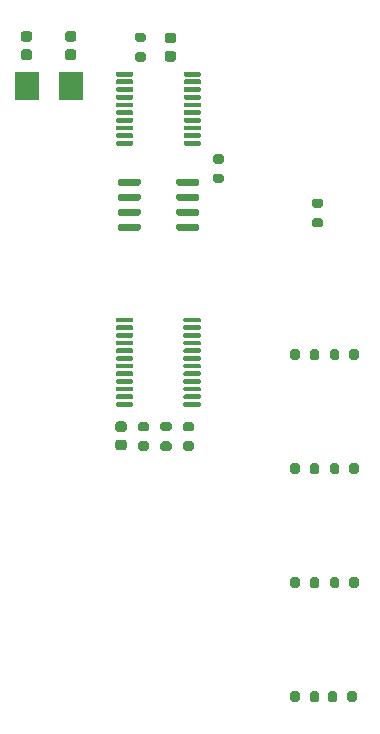
<source format=gbr>
%TF.GenerationSoftware,KiCad,Pcbnew,(5.1.9)-1*%
%TF.CreationDate,2021-07-30T23:28:39+09:30*%
%TF.ProjectId,tyre_temp_sense,74797265-5f74-4656-9d70-5f73656e7365,rev?*%
%TF.SameCoordinates,Original*%
%TF.FileFunction,Paste,Top*%
%TF.FilePolarity,Positive*%
%FSLAX46Y46*%
G04 Gerber Fmt 4.6, Leading zero omitted, Abs format (unit mm)*
G04 Created by KiCad (PCBNEW (5.1.9)-1) date 2021-07-30 23:28:39*
%MOMM*%
%LPD*%
G01*
G04 APERTURE LIST*
%ADD10R,2.000000X2.400000*%
G04 APERTURE END LIST*
D10*
%TO.C,Y1*%
X88572000Y-45836000D03*
X84872000Y-45836000D03*
%TD*%
%TO.C,C2*%
G36*
G01*
X88822000Y-42080000D02*
X88322000Y-42080000D01*
G75*
G02*
X88097000Y-41855000I0J225000D01*
G01*
X88097000Y-41405000D01*
G75*
G02*
X88322000Y-41180000I225000J0D01*
G01*
X88822000Y-41180000D01*
G75*
G02*
X89047000Y-41405000I0J-225000D01*
G01*
X89047000Y-41855000D01*
G75*
G02*
X88822000Y-42080000I-225000J0D01*
G01*
G37*
G36*
G01*
X88822000Y-43630000D02*
X88322000Y-43630000D01*
G75*
G02*
X88097000Y-43405000I0J225000D01*
G01*
X88097000Y-42955000D01*
G75*
G02*
X88322000Y-42730000I225000J0D01*
G01*
X88822000Y-42730000D01*
G75*
G02*
X89047000Y-42955000I0J-225000D01*
G01*
X89047000Y-43405000D01*
G75*
G02*
X88822000Y-43630000I-225000J0D01*
G01*
G37*
%TD*%
%TO.C,U3*%
G36*
G01*
X97500000Y-54125000D02*
X97500000Y-53825000D01*
G75*
G02*
X97650000Y-53675000I150000J0D01*
G01*
X99300000Y-53675000D01*
G75*
G02*
X99450000Y-53825000I0J-150000D01*
G01*
X99450000Y-54125000D01*
G75*
G02*
X99300000Y-54275000I-150000J0D01*
G01*
X97650000Y-54275000D01*
G75*
G02*
X97500000Y-54125000I0J150000D01*
G01*
G37*
G36*
G01*
X97500000Y-55395000D02*
X97500000Y-55095000D01*
G75*
G02*
X97650000Y-54945000I150000J0D01*
G01*
X99300000Y-54945000D01*
G75*
G02*
X99450000Y-55095000I0J-150000D01*
G01*
X99450000Y-55395000D01*
G75*
G02*
X99300000Y-55545000I-150000J0D01*
G01*
X97650000Y-55545000D01*
G75*
G02*
X97500000Y-55395000I0J150000D01*
G01*
G37*
G36*
G01*
X97500000Y-56665000D02*
X97500000Y-56365000D01*
G75*
G02*
X97650000Y-56215000I150000J0D01*
G01*
X99300000Y-56215000D01*
G75*
G02*
X99450000Y-56365000I0J-150000D01*
G01*
X99450000Y-56665000D01*
G75*
G02*
X99300000Y-56815000I-150000J0D01*
G01*
X97650000Y-56815000D01*
G75*
G02*
X97500000Y-56665000I0J150000D01*
G01*
G37*
G36*
G01*
X97500000Y-57935000D02*
X97500000Y-57635000D01*
G75*
G02*
X97650000Y-57485000I150000J0D01*
G01*
X99300000Y-57485000D01*
G75*
G02*
X99450000Y-57635000I0J-150000D01*
G01*
X99450000Y-57935000D01*
G75*
G02*
X99300000Y-58085000I-150000J0D01*
G01*
X97650000Y-58085000D01*
G75*
G02*
X97500000Y-57935000I0J150000D01*
G01*
G37*
G36*
G01*
X92550000Y-57935000D02*
X92550000Y-57635000D01*
G75*
G02*
X92700000Y-57485000I150000J0D01*
G01*
X94350000Y-57485000D01*
G75*
G02*
X94500000Y-57635000I0J-150000D01*
G01*
X94500000Y-57935000D01*
G75*
G02*
X94350000Y-58085000I-150000J0D01*
G01*
X92700000Y-58085000D01*
G75*
G02*
X92550000Y-57935000I0J150000D01*
G01*
G37*
G36*
G01*
X92550000Y-56665000D02*
X92550000Y-56365000D01*
G75*
G02*
X92700000Y-56215000I150000J0D01*
G01*
X94350000Y-56215000D01*
G75*
G02*
X94500000Y-56365000I0J-150000D01*
G01*
X94500000Y-56665000D01*
G75*
G02*
X94350000Y-56815000I-150000J0D01*
G01*
X92700000Y-56815000D01*
G75*
G02*
X92550000Y-56665000I0J150000D01*
G01*
G37*
G36*
G01*
X92550000Y-55395000D02*
X92550000Y-55095000D01*
G75*
G02*
X92700000Y-54945000I150000J0D01*
G01*
X94350000Y-54945000D01*
G75*
G02*
X94500000Y-55095000I0J-150000D01*
G01*
X94500000Y-55395000D01*
G75*
G02*
X94350000Y-55545000I-150000J0D01*
G01*
X92700000Y-55545000D01*
G75*
G02*
X92550000Y-55395000I0J150000D01*
G01*
G37*
G36*
G01*
X92550000Y-54125000D02*
X92550000Y-53825000D01*
G75*
G02*
X92700000Y-53675000I150000J0D01*
G01*
X94350000Y-53675000D01*
G75*
G02*
X94500000Y-53825000I0J-150000D01*
G01*
X94500000Y-54125000D01*
G75*
G02*
X94350000Y-54275000I-150000J0D01*
G01*
X92700000Y-54275000D01*
G75*
G02*
X92550000Y-54125000I0J150000D01*
G01*
G37*
%TD*%
%TO.C,U2*%
G36*
G01*
X92412000Y-44927000D02*
X92412000Y-44727000D01*
G75*
G02*
X92512000Y-44627000I100000J0D01*
G01*
X93787000Y-44627000D01*
G75*
G02*
X93887000Y-44727000I0J-100000D01*
G01*
X93887000Y-44927000D01*
G75*
G02*
X93787000Y-45027000I-100000J0D01*
G01*
X92512000Y-45027000D01*
G75*
G02*
X92412000Y-44927000I0J100000D01*
G01*
G37*
G36*
G01*
X92412000Y-45577000D02*
X92412000Y-45377000D01*
G75*
G02*
X92512000Y-45277000I100000J0D01*
G01*
X93787000Y-45277000D01*
G75*
G02*
X93887000Y-45377000I0J-100000D01*
G01*
X93887000Y-45577000D01*
G75*
G02*
X93787000Y-45677000I-100000J0D01*
G01*
X92512000Y-45677000D01*
G75*
G02*
X92412000Y-45577000I0J100000D01*
G01*
G37*
G36*
G01*
X92412000Y-46227000D02*
X92412000Y-46027000D01*
G75*
G02*
X92512000Y-45927000I100000J0D01*
G01*
X93787000Y-45927000D01*
G75*
G02*
X93887000Y-46027000I0J-100000D01*
G01*
X93887000Y-46227000D01*
G75*
G02*
X93787000Y-46327000I-100000J0D01*
G01*
X92512000Y-46327000D01*
G75*
G02*
X92412000Y-46227000I0J100000D01*
G01*
G37*
G36*
G01*
X92412000Y-46877000D02*
X92412000Y-46677000D01*
G75*
G02*
X92512000Y-46577000I100000J0D01*
G01*
X93787000Y-46577000D01*
G75*
G02*
X93887000Y-46677000I0J-100000D01*
G01*
X93887000Y-46877000D01*
G75*
G02*
X93787000Y-46977000I-100000J0D01*
G01*
X92512000Y-46977000D01*
G75*
G02*
X92412000Y-46877000I0J100000D01*
G01*
G37*
G36*
G01*
X92412000Y-47527000D02*
X92412000Y-47327000D01*
G75*
G02*
X92512000Y-47227000I100000J0D01*
G01*
X93787000Y-47227000D01*
G75*
G02*
X93887000Y-47327000I0J-100000D01*
G01*
X93887000Y-47527000D01*
G75*
G02*
X93787000Y-47627000I-100000J0D01*
G01*
X92512000Y-47627000D01*
G75*
G02*
X92412000Y-47527000I0J100000D01*
G01*
G37*
G36*
G01*
X92412000Y-48177000D02*
X92412000Y-47977000D01*
G75*
G02*
X92512000Y-47877000I100000J0D01*
G01*
X93787000Y-47877000D01*
G75*
G02*
X93887000Y-47977000I0J-100000D01*
G01*
X93887000Y-48177000D01*
G75*
G02*
X93787000Y-48277000I-100000J0D01*
G01*
X92512000Y-48277000D01*
G75*
G02*
X92412000Y-48177000I0J100000D01*
G01*
G37*
G36*
G01*
X92412000Y-48827000D02*
X92412000Y-48627000D01*
G75*
G02*
X92512000Y-48527000I100000J0D01*
G01*
X93787000Y-48527000D01*
G75*
G02*
X93887000Y-48627000I0J-100000D01*
G01*
X93887000Y-48827000D01*
G75*
G02*
X93787000Y-48927000I-100000J0D01*
G01*
X92512000Y-48927000D01*
G75*
G02*
X92412000Y-48827000I0J100000D01*
G01*
G37*
G36*
G01*
X92412000Y-49477000D02*
X92412000Y-49277000D01*
G75*
G02*
X92512000Y-49177000I100000J0D01*
G01*
X93787000Y-49177000D01*
G75*
G02*
X93887000Y-49277000I0J-100000D01*
G01*
X93887000Y-49477000D01*
G75*
G02*
X93787000Y-49577000I-100000J0D01*
G01*
X92512000Y-49577000D01*
G75*
G02*
X92412000Y-49477000I0J100000D01*
G01*
G37*
G36*
G01*
X92412000Y-50127000D02*
X92412000Y-49927000D01*
G75*
G02*
X92512000Y-49827000I100000J0D01*
G01*
X93787000Y-49827000D01*
G75*
G02*
X93887000Y-49927000I0J-100000D01*
G01*
X93887000Y-50127000D01*
G75*
G02*
X93787000Y-50227000I-100000J0D01*
G01*
X92512000Y-50227000D01*
G75*
G02*
X92412000Y-50127000I0J100000D01*
G01*
G37*
G36*
G01*
X92412000Y-50777000D02*
X92412000Y-50577000D01*
G75*
G02*
X92512000Y-50477000I100000J0D01*
G01*
X93787000Y-50477000D01*
G75*
G02*
X93887000Y-50577000I0J-100000D01*
G01*
X93887000Y-50777000D01*
G75*
G02*
X93787000Y-50877000I-100000J0D01*
G01*
X92512000Y-50877000D01*
G75*
G02*
X92412000Y-50777000I0J100000D01*
G01*
G37*
G36*
G01*
X98137000Y-50777000D02*
X98137000Y-50577000D01*
G75*
G02*
X98237000Y-50477000I100000J0D01*
G01*
X99512000Y-50477000D01*
G75*
G02*
X99612000Y-50577000I0J-100000D01*
G01*
X99612000Y-50777000D01*
G75*
G02*
X99512000Y-50877000I-100000J0D01*
G01*
X98237000Y-50877000D01*
G75*
G02*
X98137000Y-50777000I0J100000D01*
G01*
G37*
G36*
G01*
X98137000Y-50127000D02*
X98137000Y-49927000D01*
G75*
G02*
X98237000Y-49827000I100000J0D01*
G01*
X99512000Y-49827000D01*
G75*
G02*
X99612000Y-49927000I0J-100000D01*
G01*
X99612000Y-50127000D01*
G75*
G02*
X99512000Y-50227000I-100000J0D01*
G01*
X98237000Y-50227000D01*
G75*
G02*
X98137000Y-50127000I0J100000D01*
G01*
G37*
G36*
G01*
X98137000Y-49477000D02*
X98137000Y-49277000D01*
G75*
G02*
X98237000Y-49177000I100000J0D01*
G01*
X99512000Y-49177000D01*
G75*
G02*
X99612000Y-49277000I0J-100000D01*
G01*
X99612000Y-49477000D01*
G75*
G02*
X99512000Y-49577000I-100000J0D01*
G01*
X98237000Y-49577000D01*
G75*
G02*
X98137000Y-49477000I0J100000D01*
G01*
G37*
G36*
G01*
X98137000Y-48827000D02*
X98137000Y-48627000D01*
G75*
G02*
X98237000Y-48527000I100000J0D01*
G01*
X99512000Y-48527000D01*
G75*
G02*
X99612000Y-48627000I0J-100000D01*
G01*
X99612000Y-48827000D01*
G75*
G02*
X99512000Y-48927000I-100000J0D01*
G01*
X98237000Y-48927000D01*
G75*
G02*
X98137000Y-48827000I0J100000D01*
G01*
G37*
G36*
G01*
X98137000Y-48177000D02*
X98137000Y-47977000D01*
G75*
G02*
X98237000Y-47877000I100000J0D01*
G01*
X99512000Y-47877000D01*
G75*
G02*
X99612000Y-47977000I0J-100000D01*
G01*
X99612000Y-48177000D01*
G75*
G02*
X99512000Y-48277000I-100000J0D01*
G01*
X98237000Y-48277000D01*
G75*
G02*
X98137000Y-48177000I0J100000D01*
G01*
G37*
G36*
G01*
X98137000Y-47527000D02*
X98137000Y-47327000D01*
G75*
G02*
X98237000Y-47227000I100000J0D01*
G01*
X99512000Y-47227000D01*
G75*
G02*
X99612000Y-47327000I0J-100000D01*
G01*
X99612000Y-47527000D01*
G75*
G02*
X99512000Y-47627000I-100000J0D01*
G01*
X98237000Y-47627000D01*
G75*
G02*
X98137000Y-47527000I0J100000D01*
G01*
G37*
G36*
G01*
X98137000Y-46877000D02*
X98137000Y-46677000D01*
G75*
G02*
X98237000Y-46577000I100000J0D01*
G01*
X99512000Y-46577000D01*
G75*
G02*
X99612000Y-46677000I0J-100000D01*
G01*
X99612000Y-46877000D01*
G75*
G02*
X99512000Y-46977000I-100000J0D01*
G01*
X98237000Y-46977000D01*
G75*
G02*
X98137000Y-46877000I0J100000D01*
G01*
G37*
G36*
G01*
X98137000Y-46227000D02*
X98137000Y-46027000D01*
G75*
G02*
X98237000Y-45927000I100000J0D01*
G01*
X99512000Y-45927000D01*
G75*
G02*
X99612000Y-46027000I0J-100000D01*
G01*
X99612000Y-46227000D01*
G75*
G02*
X99512000Y-46327000I-100000J0D01*
G01*
X98237000Y-46327000D01*
G75*
G02*
X98137000Y-46227000I0J100000D01*
G01*
G37*
G36*
G01*
X98137000Y-45577000D02*
X98137000Y-45377000D01*
G75*
G02*
X98237000Y-45277000I100000J0D01*
G01*
X99512000Y-45277000D01*
G75*
G02*
X99612000Y-45377000I0J-100000D01*
G01*
X99612000Y-45577000D01*
G75*
G02*
X99512000Y-45677000I-100000J0D01*
G01*
X98237000Y-45677000D01*
G75*
G02*
X98137000Y-45577000I0J100000D01*
G01*
G37*
G36*
G01*
X98137000Y-44927000D02*
X98137000Y-44727000D01*
G75*
G02*
X98237000Y-44627000I100000J0D01*
G01*
X99512000Y-44627000D01*
G75*
G02*
X99612000Y-44727000I0J-100000D01*
G01*
X99612000Y-44927000D01*
G75*
G02*
X99512000Y-45027000I-100000J0D01*
G01*
X98237000Y-45027000D01*
G75*
G02*
X98137000Y-44927000I0J100000D01*
G01*
G37*
%TD*%
%TO.C,U1*%
G36*
G01*
X93875000Y-72694000D02*
X93875000Y-72894000D01*
G75*
G02*
X93775000Y-72994000I-100000J0D01*
G01*
X92500000Y-72994000D01*
G75*
G02*
X92400000Y-72894000I0J100000D01*
G01*
X92400000Y-72694000D01*
G75*
G02*
X92500000Y-72594000I100000J0D01*
G01*
X93775000Y-72594000D01*
G75*
G02*
X93875000Y-72694000I0J-100000D01*
G01*
G37*
G36*
G01*
X93875000Y-72044000D02*
X93875000Y-72244000D01*
G75*
G02*
X93775000Y-72344000I-100000J0D01*
G01*
X92500000Y-72344000D01*
G75*
G02*
X92400000Y-72244000I0J100000D01*
G01*
X92400000Y-72044000D01*
G75*
G02*
X92500000Y-71944000I100000J0D01*
G01*
X93775000Y-71944000D01*
G75*
G02*
X93875000Y-72044000I0J-100000D01*
G01*
G37*
G36*
G01*
X93875000Y-71394000D02*
X93875000Y-71594000D01*
G75*
G02*
X93775000Y-71694000I-100000J0D01*
G01*
X92500000Y-71694000D01*
G75*
G02*
X92400000Y-71594000I0J100000D01*
G01*
X92400000Y-71394000D01*
G75*
G02*
X92500000Y-71294000I100000J0D01*
G01*
X93775000Y-71294000D01*
G75*
G02*
X93875000Y-71394000I0J-100000D01*
G01*
G37*
G36*
G01*
X93875000Y-70744000D02*
X93875000Y-70944000D01*
G75*
G02*
X93775000Y-71044000I-100000J0D01*
G01*
X92500000Y-71044000D01*
G75*
G02*
X92400000Y-70944000I0J100000D01*
G01*
X92400000Y-70744000D01*
G75*
G02*
X92500000Y-70644000I100000J0D01*
G01*
X93775000Y-70644000D01*
G75*
G02*
X93875000Y-70744000I0J-100000D01*
G01*
G37*
G36*
G01*
X93875000Y-70094000D02*
X93875000Y-70294000D01*
G75*
G02*
X93775000Y-70394000I-100000J0D01*
G01*
X92500000Y-70394000D01*
G75*
G02*
X92400000Y-70294000I0J100000D01*
G01*
X92400000Y-70094000D01*
G75*
G02*
X92500000Y-69994000I100000J0D01*
G01*
X93775000Y-69994000D01*
G75*
G02*
X93875000Y-70094000I0J-100000D01*
G01*
G37*
G36*
G01*
X93875000Y-69444000D02*
X93875000Y-69644000D01*
G75*
G02*
X93775000Y-69744000I-100000J0D01*
G01*
X92500000Y-69744000D01*
G75*
G02*
X92400000Y-69644000I0J100000D01*
G01*
X92400000Y-69444000D01*
G75*
G02*
X92500000Y-69344000I100000J0D01*
G01*
X93775000Y-69344000D01*
G75*
G02*
X93875000Y-69444000I0J-100000D01*
G01*
G37*
G36*
G01*
X93875000Y-68794000D02*
X93875000Y-68994000D01*
G75*
G02*
X93775000Y-69094000I-100000J0D01*
G01*
X92500000Y-69094000D01*
G75*
G02*
X92400000Y-68994000I0J100000D01*
G01*
X92400000Y-68794000D01*
G75*
G02*
X92500000Y-68694000I100000J0D01*
G01*
X93775000Y-68694000D01*
G75*
G02*
X93875000Y-68794000I0J-100000D01*
G01*
G37*
G36*
G01*
X93875000Y-68144000D02*
X93875000Y-68344000D01*
G75*
G02*
X93775000Y-68444000I-100000J0D01*
G01*
X92500000Y-68444000D01*
G75*
G02*
X92400000Y-68344000I0J100000D01*
G01*
X92400000Y-68144000D01*
G75*
G02*
X92500000Y-68044000I100000J0D01*
G01*
X93775000Y-68044000D01*
G75*
G02*
X93875000Y-68144000I0J-100000D01*
G01*
G37*
G36*
G01*
X93875000Y-67494000D02*
X93875000Y-67694000D01*
G75*
G02*
X93775000Y-67794000I-100000J0D01*
G01*
X92500000Y-67794000D01*
G75*
G02*
X92400000Y-67694000I0J100000D01*
G01*
X92400000Y-67494000D01*
G75*
G02*
X92500000Y-67394000I100000J0D01*
G01*
X93775000Y-67394000D01*
G75*
G02*
X93875000Y-67494000I0J-100000D01*
G01*
G37*
G36*
G01*
X93875000Y-66844000D02*
X93875000Y-67044000D01*
G75*
G02*
X93775000Y-67144000I-100000J0D01*
G01*
X92500000Y-67144000D01*
G75*
G02*
X92400000Y-67044000I0J100000D01*
G01*
X92400000Y-66844000D01*
G75*
G02*
X92500000Y-66744000I100000J0D01*
G01*
X93775000Y-66744000D01*
G75*
G02*
X93875000Y-66844000I0J-100000D01*
G01*
G37*
G36*
G01*
X93875000Y-66194000D02*
X93875000Y-66394000D01*
G75*
G02*
X93775000Y-66494000I-100000J0D01*
G01*
X92500000Y-66494000D01*
G75*
G02*
X92400000Y-66394000I0J100000D01*
G01*
X92400000Y-66194000D01*
G75*
G02*
X92500000Y-66094000I100000J0D01*
G01*
X93775000Y-66094000D01*
G75*
G02*
X93875000Y-66194000I0J-100000D01*
G01*
G37*
G36*
G01*
X93875000Y-65544000D02*
X93875000Y-65744000D01*
G75*
G02*
X93775000Y-65844000I-100000J0D01*
G01*
X92500000Y-65844000D01*
G75*
G02*
X92400000Y-65744000I0J100000D01*
G01*
X92400000Y-65544000D01*
G75*
G02*
X92500000Y-65444000I100000J0D01*
G01*
X93775000Y-65444000D01*
G75*
G02*
X93875000Y-65544000I0J-100000D01*
G01*
G37*
G36*
G01*
X99600000Y-65544000D02*
X99600000Y-65744000D01*
G75*
G02*
X99500000Y-65844000I-100000J0D01*
G01*
X98225000Y-65844000D01*
G75*
G02*
X98125000Y-65744000I0J100000D01*
G01*
X98125000Y-65544000D01*
G75*
G02*
X98225000Y-65444000I100000J0D01*
G01*
X99500000Y-65444000D01*
G75*
G02*
X99600000Y-65544000I0J-100000D01*
G01*
G37*
G36*
G01*
X99600000Y-66194000D02*
X99600000Y-66394000D01*
G75*
G02*
X99500000Y-66494000I-100000J0D01*
G01*
X98225000Y-66494000D01*
G75*
G02*
X98125000Y-66394000I0J100000D01*
G01*
X98125000Y-66194000D01*
G75*
G02*
X98225000Y-66094000I100000J0D01*
G01*
X99500000Y-66094000D01*
G75*
G02*
X99600000Y-66194000I0J-100000D01*
G01*
G37*
G36*
G01*
X99600000Y-66844000D02*
X99600000Y-67044000D01*
G75*
G02*
X99500000Y-67144000I-100000J0D01*
G01*
X98225000Y-67144000D01*
G75*
G02*
X98125000Y-67044000I0J100000D01*
G01*
X98125000Y-66844000D01*
G75*
G02*
X98225000Y-66744000I100000J0D01*
G01*
X99500000Y-66744000D01*
G75*
G02*
X99600000Y-66844000I0J-100000D01*
G01*
G37*
G36*
G01*
X99600000Y-67494000D02*
X99600000Y-67694000D01*
G75*
G02*
X99500000Y-67794000I-100000J0D01*
G01*
X98225000Y-67794000D01*
G75*
G02*
X98125000Y-67694000I0J100000D01*
G01*
X98125000Y-67494000D01*
G75*
G02*
X98225000Y-67394000I100000J0D01*
G01*
X99500000Y-67394000D01*
G75*
G02*
X99600000Y-67494000I0J-100000D01*
G01*
G37*
G36*
G01*
X99600000Y-68144000D02*
X99600000Y-68344000D01*
G75*
G02*
X99500000Y-68444000I-100000J0D01*
G01*
X98225000Y-68444000D01*
G75*
G02*
X98125000Y-68344000I0J100000D01*
G01*
X98125000Y-68144000D01*
G75*
G02*
X98225000Y-68044000I100000J0D01*
G01*
X99500000Y-68044000D01*
G75*
G02*
X99600000Y-68144000I0J-100000D01*
G01*
G37*
G36*
G01*
X99600000Y-68794000D02*
X99600000Y-68994000D01*
G75*
G02*
X99500000Y-69094000I-100000J0D01*
G01*
X98225000Y-69094000D01*
G75*
G02*
X98125000Y-68994000I0J100000D01*
G01*
X98125000Y-68794000D01*
G75*
G02*
X98225000Y-68694000I100000J0D01*
G01*
X99500000Y-68694000D01*
G75*
G02*
X99600000Y-68794000I0J-100000D01*
G01*
G37*
G36*
G01*
X99600000Y-69444000D02*
X99600000Y-69644000D01*
G75*
G02*
X99500000Y-69744000I-100000J0D01*
G01*
X98225000Y-69744000D01*
G75*
G02*
X98125000Y-69644000I0J100000D01*
G01*
X98125000Y-69444000D01*
G75*
G02*
X98225000Y-69344000I100000J0D01*
G01*
X99500000Y-69344000D01*
G75*
G02*
X99600000Y-69444000I0J-100000D01*
G01*
G37*
G36*
G01*
X99600000Y-70094000D02*
X99600000Y-70294000D01*
G75*
G02*
X99500000Y-70394000I-100000J0D01*
G01*
X98225000Y-70394000D01*
G75*
G02*
X98125000Y-70294000I0J100000D01*
G01*
X98125000Y-70094000D01*
G75*
G02*
X98225000Y-69994000I100000J0D01*
G01*
X99500000Y-69994000D01*
G75*
G02*
X99600000Y-70094000I0J-100000D01*
G01*
G37*
G36*
G01*
X99600000Y-70744000D02*
X99600000Y-70944000D01*
G75*
G02*
X99500000Y-71044000I-100000J0D01*
G01*
X98225000Y-71044000D01*
G75*
G02*
X98125000Y-70944000I0J100000D01*
G01*
X98125000Y-70744000D01*
G75*
G02*
X98225000Y-70644000I100000J0D01*
G01*
X99500000Y-70644000D01*
G75*
G02*
X99600000Y-70744000I0J-100000D01*
G01*
G37*
G36*
G01*
X99600000Y-71394000D02*
X99600000Y-71594000D01*
G75*
G02*
X99500000Y-71694000I-100000J0D01*
G01*
X98225000Y-71694000D01*
G75*
G02*
X98125000Y-71594000I0J100000D01*
G01*
X98125000Y-71394000D01*
G75*
G02*
X98225000Y-71294000I100000J0D01*
G01*
X99500000Y-71294000D01*
G75*
G02*
X99600000Y-71394000I0J-100000D01*
G01*
G37*
G36*
G01*
X99600000Y-72044000D02*
X99600000Y-72244000D01*
G75*
G02*
X99500000Y-72344000I-100000J0D01*
G01*
X98225000Y-72344000D01*
G75*
G02*
X98125000Y-72244000I0J100000D01*
G01*
X98125000Y-72044000D01*
G75*
G02*
X98225000Y-71944000I100000J0D01*
G01*
X99500000Y-71944000D01*
G75*
G02*
X99600000Y-72044000I0J-100000D01*
G01*
G37*
G36*
G01*
X99600000Y-72694000D02*
X99600000Y-72894000D01*
G75*
G02*
X99500000Y-72994000I-100000J0D01*
G01*
X98225000Y-72994000D01*
G75*
G02*
X98125000Y-72894000I0J100000D01*
G01*
X98125000Y-72694000D01*
G75*
G02*
X98225000Y-72594000I100000J0D01*
G01*
X99500000Y-72594000D01*
G75*
G02*
X99600000Y-72694000I0J-100000D01*
G01*
G37*
%TD*%
%TO.C,R14*%
G36*
G01*
X109749000Y-56154000D02*
X109199000Y-56154000D01*
G75*
G02*
X108999000Y-55954000I0J200000D01*
G01*
X108999000Y-55554000D01*
G75*
G02*
X109199000Y-55354000I200000J0D01*
G01*
X109749000Y-55354000D01*
G75*
G02*
X109949000Y-55554000I0J-200000D01*
G01*
X109949000Y-55954000D01*
G75*
G02*
X109749000Y-56154000I-200000J0D01*
G01*
G37*
G36*
G01*
X109749000Y-57804000D02*
X109199000Y-57804000D01*
G75*
G02*
X108999000Y-57604000I0J200000D01*
G01*
X108999000Y-57204000D01*
G75*
G02*
X109199000Y-57004000I200000J0D01*
G01*
X109749000Y-57004000D01*
G75*
G02*
X109949000Y-57204000I0J-200000D01*
G01*
X109949000Y-57604000D01*
G75*
G02*
X109749000Y-57804000I-200000J0D01*
G01*
G37*
%TD*%
%TO.C,R13*%
G36*
G01*
X101367000Y-52407000D02*
X100817000Y-52407000D01*
G75*
G02*
X100617000Y-52207000I0J200000D01*
G01*
X100617000Y-51807000D01*
G75*
G02*
X100817000Y-51607000I200000J0D01*
G01*
X101367000Y-51607000D01*
G75*
G02*
X101567000Y-51807000I0J-200000D01*
G01*
X101567000Y-52207000D01*
G75*
G02*
X101367000Y-52407000I-200000J0D01*
G01*
G37*
G36*
G01*
X101367000Y-54057000D02*
X100817000Y-54057000D01*
G75*
G02*
X100617000Y-53857000I0J200000D01*
G01*
X100617000Y-53457000D01*
G75*
G02*
X100817000Y-53257000I200000J0D01*
G01*
X101367000Y-53257000D01*
G75*
G02*
X101567000Y-53457000I0J-200000D01*
G01*
X101567000Y-53857000D01*
G75*
G02*
X101367000Y-54057000I-200000J0D01*
G01*
G37*
%TD*%
%TO.C,R12*%
G36*
G01*
X94213000Y-42970000D02*
X94763000Y-42970000D01*
G75*
G02*
X94963000Y-43170000I0J-200000D01*
G01*
X94963000Y-43570000D01*
G75*
G02*
X94763000Y-43770000I-200000J0D01*
G01*
X94213000Y-43770000D01*
G75*
G02*
X94013000Y-43570000I0J200000D01*
G01*
X94013000Y-43170000D01*
G75*
G02*
X94213000Y-42970000I200000J0D01*
G01*
G37*
G36*
G01*
X94213000Y-41320000D02*
X94763000Y-41320000D01*
G75*
G02*
X94963000Y-41520000I0J-200000D01*
G01*
X94963000Y-41920000D01*
G75*
G02*
X94763000Y-42120000I-200000J0D01*
G01*
X94213000Y-42120000D01*
G75*
G02*
X94013000Y-41920000I0J200000D01*
G01*
X94013000Y-41520000D01*
G75*
G02*
X94213000Y-41320000I200000J0D01*
G01*
G37*
%TD*%
%TO.C,R11*%
G36*
G01*
X107970000Y-68305000D02*
X107970000Y-68855000D01*
G75*
G02*
X107770000Y-69055000I-200000J0D01*
G01*
X107370000Y-69055000D01*
G75*
G02*
X107170000Y-68855000I0J200000D01*
G01*
X107170000Y-68305000D01*
G75*
G02*
X107370000Y-68105000I200000J0D01*
G01*
X107770000Y-68105000D01*
G75*
G02*
X107970000Y-68305000I0J-200000D01*
G01*
G37*
G36*
G01*
X109620000Y-68305000D02*
X109620000Y-68855000D01*
G75*
G02*
X109420000Y-69055000I-200000J0D01*
G01*
X109020000Y-69055000D01*
G75*
G02*
X108820000Y-68855000I0J200000D01*
G01*
X108820000Y-68305000D01*
G75*
G02*
X109020000Y-68105000I200000J0D01*
G01*
X109420000Y-68105000D01*
G75*
G02*
X109620000Y-68305000I0J-200000D01*
G01*
G37*
%TD*%
%TO.C,R10*%
G36*
G01*
X112185000Y-68855000D02*
X112185000Y-68305000D01*
G75*
G02*
X112385000Y-68105000I200000J0D01*
G01*
X112785000Y-68105000D01*
G75*
G02*
X112985000Y-68305000I0J-200000D01*
G01*
X112985000Y-68855000D01*
G75*
G02*
X112785000Y-69055000I-200000J0D01*
G01*
X112385000Y-69055000D01*
G75*
G02*
X112185000Y-68855000I0J200000D01*
G01*
G37*
G36*
G01*
X110535000Y-68855000D02*
X110535000Y-68305000D01*
G75*
G02*
X110735000Y-68105000I200000J0D01*
G01*
X111135000Y-68105000D01*
G75*
G02*
X111335000Y-68305000I0J-200000D01*
G01*
X111335000Y-68855000D01*
G75*
G02*
X111135000Y-69055000I-200000J0D01*
G01*
X110735000Y-69055000D01*
G75*
G02*
X110535000Y-68855000I0J200000D01*
G01*
G37*
%TD*%
%TO.C,R9*%
G36*
G01*
X107970000Y-77957000D02*
X107970000Y-78507000D01*
G75*
G02*
X107770000Y-78707000I-200000J0D01*
G01*
X107370000Y-78707000D01*
G75*
G02*
X107170000Y-78507000I0J200000D01*
G01*
X107170000Y-77957000D01*
G75*
G02*
X107370000Y-77757000I200000J0D01*
G01*
X107770000Y-77757000D01*
G75*
G02*
X107970000Y-77957000I0J-200000D01*
G01*
G37*
G36*
G01*
X109620000Y-77957000D02*
X109620000Y-78507000D01*
G75*
G02*
X109420000Y-78707000I-200000J0D01*
G01*
X109020000Y-78707000D01*
G75*
G02*
X108820000Y-78507000I0J200000D01*
G01*
X108820000Y-77957000D01*
G75*
G02*
X109020000Y-77757000I200000J0D01*
G01*
X109420000Y-77757000D01*
G75*
G02*
X109620000Y-77957000I0J-200000D01*
G01*
G37*
%TD*%
%TO.C,R8*%
G36*
G01*
X112185000Y-78507000D02*
X112185000Y-77957000D01*
G75*
G02*
X112385000Y-77757000I200000J0D01*
G01*
X112785000Y-77757000D01*
G75*
G02*
X112985000Y-77957000I0J-200000D01*
G01*
X112985000Y-78507000D01*
G75*
G02*
X112785000Y-78707000I-200000J0D01*
G01*
X112385000Y-78707000D01*
G75*
G02*
X112185000Y-78507000I0J200000D01*
G01*
G37*
G36*
G01*
X110535000Y-78507000D02*
X110535000Y-77957000D01*
G75*
G02*
X110735000Y-77757000I200000J0D01*
G01*
X111135000Y-77757000D01*
G75*
G02*
X111335000Y-77957000I0J-200000D01*
G01*
X111335000Y-78507000D01*
G75*
G02*
X111135000Y-78707000I-200000J0D01*
G01*
X110735000Y-78707000D01*
G75*
G02*
X110535000Y-78507000I0J200000D01*
G01*
G37*
%TD*%
%TO.C,R7*%
G36*
G01*
X107970000Y-87609000D02*
X107970000Y-88159000D01*
G75*
G02*
X107770000Y-88359000I-200000J0D01*
G01*
X107370000Y-88359000D01*
G75*
G02*
X107170000Y-88159000I0J200000D01*
G01*
X107170000Y-87609000D01*
G75*
G02*
X107370000Y-87409000I200000J0D01*
G01*
X107770000Y-87409000D01*
G75*
G02*
X107970000Y-87609000I0J-200000D01*
G01*
G37*
G36*
G01*
X109620000Y-87609000D02*
X109620000Y-88159000D01*
G75*
G02*
X109420000Y-88359000I-200000J0D01*
G01*
X109020000Y-88359000D01*
G75*
G02*
X108820000Y-88159000I0J200000D01*
G01*
X108820000Y-87609000D01*
G75*
G02*
X109020000Y-87409000I200000J0D01*
G01*
X109420000Y-87409000D01*
G75*
G02*
X109620000Y-87609000I0J-200000D01*
G01*
G37*
%TD*%
%TO.C,R6*%
G36*
G01*
X112185000Y-88159000D02*
X112185000Y-87609000D01*
G75*
G02*
X112385000Y-87409000I200000J0D01*
G01*
X112785000Y-87409000D01*
G75*
G02*
X112985000Y-87609000I0J-200000D01*
G01*
X112985000Y-88159000D01*
G75*
G02*
X112785000Y-88359000I-200000J0D01*
G01*
X112385000Y-88359000D01*
G75*
G02*
X112185000Y-88159000I0J200000D01*
G01*
G37*
G36*
G01*
X110535000Y-88159000D02*
X110535000Y-87609000D01*
G75*
G02*
X110735000Y-87409000I200000J0D01*
G01*
X111135000Y-87409000D01*
G75*
G02*
X111335000Y-87609000I0J-200000D01*
G01*
X111335000Y-88159000D01*
G75*
G02*
X111135000Y-88359000I-200000J0D01*
G01*
X110735000Y-88359000D01*
G75*
G02*
X110535000Y-88159000I0J200000D01*
G01*
G37*
%TD*%
%TO.C,R5*%
G36*
G01*
X107970000Y-97261000D02*
X107970000Y-97811000D01*
G75*
G02*
X107770000Y-98011000I-200000J0D01*
G01*
X107370000Y-98011000D01*
G75*
G02*
X107170000Y-97811000I0J200000D01*
G01*
X107170000Y-97261000D01*
G75*
G02*
X107370000Y-97061000I200000J0D01*
G01*
X107770000Y-97061000D01*
G75*
G02*
X107970000Y-97261000I0J-200000D01*
G01*
G37*
G36*
G01*
X109620000Y-97261000D02*
X109620000Y-97811000D01*
G75*
G02*
X109420000Y-98011000I-200000J0D01*
G01*
X109020000Y-98011000D01*
G75*
G02*
X108820000Y-97811000I0J200000D01*
G01*
X108820000Y-97261000D01*
G75*
G02*
X109020000Y-97061000I200000J0D01*
G01*
X109420000Y-97061000D01*
G75*
G02*
X109620000Y-97261000I0J-200000D01*
G01*
G37*
%TD*%
%TO.C,R4*%
G36*
G01*
X111994000Y-97811000D02*
X111994000Y-97261000D01*
G75*
G02*
X112194000Y-97061000I200000J0D01*
G01*
X112594000Y-97061000D01*
G75*
G02*
X112794000Y-97261000I0J-200000D01*
G01*
X112794000Y-97811000D01*
G75*
G02*
X112594000Y-98011000I-200000J0D01*
G01*
X112194000Y-98011000D01*
G75*
G02*
X111994000Y-97811000I0J200000D01*
G01*
G37*
G36*
G01*
X110344000Y-97811000D02*
X110344000Y-97261000D01*
G75*
G02*
X110544000Y-97061000I200000J0D01*
G01*
X110944000Y-97061000D01*
G75*
G02*
X111144000Y-97261000I0J-200000D01*
G01*
X111144000Y-97811000D01*
G75*
G02*
X110944000Y-98011000I-200000J0D01*
G01*
X110544000Y-98011000D01*
G75*
G02*
X110344000Y-97811000I0J200000D01*
G01*
G37*
%TD*%
%TO.C,R3*%
G36*
G01*
X95017000Y-75076000D02*
X94467000Y-75076000D01*
G75*
G02*
X94267000Y-74876000I0J200000D01*
G01*
X94267000Y-74476000D01*
G75*
G02*
X94467000Y-74276000I200000J0D01*
G01*
X95017000Y-74276000D01*
G75*
G02*
X95217000Y-74476000I0J-200000D01*
G01*
X95217000Y-74876000D01*
G75*
G02*
X95017000Y-75076000I-200000J0D01*
G01*
G37*
G36*
G01*
X95017000Y-76726000D02*
X94467000Y-76726000D01*
G75*
G02*
X94267000Y-76526000I0J200000D01*
G01*
X94267000Y-76126000D01*
G75*
G02*
X94467000Y-75926000I200000J0D01*
G01*
X95017000Y-75926000D01*
G75*
G02*
X95217000Y-76126000I0J-200000D01*
G01*
X95217000Y-76526000D01*
G75*
G02*
X95017000Y-76726000I-200000J0D01*
G01*
G37*
%TD*%
%TO.C,R2*%
G36*
G01*
X96922000Y-75076000D02*
X96372000Y-75076000D01*
G75*
G02*
X96172000Y-74876000I0J200000D01*
G01*
X96172000Y-74476000D01*
G75*
G02*
X96372000Y-74276000I200000J0D01*
G01*
X96922000Y-74276000D01*
G75*
G02*
X97122000Y-74476000I0J-200000D01*
G01*
X97122000Y-74876000D01*
G75*
G02*
X96922000Y-75076000I-200000J0D01*
G01*
G37*
G36*
G01*
X96922000Y-76726000D02*
X96372000Y-76726000D01*
G75*
G02*
X96172000Y-76526000I0J200000D01*
G01*
X96172000Y-76126000D01*
G75*
G02*
X96372000Y-75926000I200000J0D01*
G01*
X96922000Y-75926000D01*
G75*
G02*
X97122000Y-76126000I0J-200000D01*
G01*
X97122000Y-76526000D01*
G75*
G02*
X96922000Y-76726000I-200000J0D01*
G01*
G37*
%TD*%
%TO.C,R1*%
G36*
G01*
X98827000Y-75076000D02*
X98277000Y-75076000D01*
G75*
G02*
X98077000Y-74876000I0J200000D01*
G01*
X98077000Y-74476000D01*
G75*
G02*
X98277000Y-74276000I200000J0D01*
G01*
X98827000Y-74276000D01*
G75*
G02*
X99027000Y-74476000I0J-200000D01*
G01*
X99027000Y-74876000D01*
G75*
G02*
X98827000Y-75076000I-200000J0D01*
G01*
G37*
G36*
G01*
X98827000Y-76726000D02*
X98277000Y-76726000D01*
G75*
G02*
X98077000Y-76526000I0J200000D01*
G01*
X98077000Y-76126000D01*
G75*
G02*
X98277000Y-75926000I200000J0D01*
G01*
X98827000Y-75926000D01*
G75*
G02*
X99027000Y-76126000I0J-200000D01*
G01*
X99027000Y-76526000D01*
G75*
G02*
X98827000Y-76726000I-200000J0D01*
G01*
G37*
%TD*%
%TO.C,C4*%
G36*
G01*
X97278000Y-42220000D02*
X96778000Y-42220000D01*
G75*
G02*
X96553000Y-41995000I0J225000D01*
G01*
X96553000Y-41545000D01*
G75*
G02*
X96778000Y-41320000I225000J0D01*
G01*
X97278000Y-41320000D01*
G75*
G02*
X97503000Y-41545000I0J-225000D01*
G01*
X97503000Y-41995000D01*
G75*
G02*
X97278000Y-42220000I-225000J0D01*
G01*
G37*
G36*
G01*
X97278000Y-43770000D02*
X96778000Y-43770000D01*
G75*
G02*
X96553000Y-43545000I0J225000D01*
G01*
X96553000Y-43095000D01*
G75*
G02*
X96778000Y-42870000I225000J0D01*
G01*
X97278000Y-42870000D01*
G75*
G02*
X97503000Y-43095000I0J-225000D01*
G01*
X97503000Y-43545000D01*
G75*
G02*
X97278000Y-43770000I-225000J0D01*
G01*
G37*
%TD*%
%TO.C,C3*%
G36*
G01*
X85086000Y-42080000D02*
X84586000Y-42080000D01*
G75*
G02*
X84361000Y-41855000I0J225000D01*
G01*
X84361000Y-41405000D01*
G75*
G02*
X84586000Y-41180000I225000J0D01*
G01*
X85086000Y-41180000D01*
G75*
G02*
X85311000Y-41405000I0J-225000D01*
G01*
X85311000Y-41855000D01*
G75*
G02*
X85086000Y-42080000I-225000J0D01*
G01*
G37*
G36*
G01*
X85086000Y-43630000D02*
X84586000Y-43630000D01*
G75*
G02*
X84361000Y-43405000I0J225000D01*
G01*
X84361000Y-42955000D01*
G75*
G02*
X84586000Y-42730000I225000J0D01*
G01*
X85086000Y-42730000D01*
G75*
G02*
X85311000Y-42955000I0J-225000D01*
G01*
X85311000Y-43405000D01*
G75*
G02*
X85086000Y-43630000I-225000J0D01*
G01*
G37*
%TD*%
%TO.C,C1*%
G36*
G01*
X93087000Y-75126000D02*
X92587000Y-75126000D01*
G75*
G02*
X92362000Y-74901000I0J225000D01*
G01*
X92362000Y-74451000D01*
G75*
G02*
X92587000Y-74226000I225000J0D01*
G01*
X93087000Y-74226000D01*
G75*
G02*
X93312000Y-74451000I0J-225000D01*
G01*
X93312000Y-74901000D01*
G75*
G02*
X93087000Y-75126000I-225000J0D01*
G01*
G37*
G36*
G01*
X93087000Y-76676000D02*
X92587000Y-76676000D01*
G75*
G02*
X92362000Y-76451000I0J225000D01*
G01*
X92362000Y-76001000D01*
G75*
G02*
X92587000Y-75776000I225000J0D01*
G01*
X93087000Y-75776000D01*
G75*
G02*
X93312000Y-76001000I0J-225000D01*
G01*
X93312000Y-76451000D01*
G75*
G02*
X93087000Y-76676000I-225000J0D01*
G01*
G37*
%TD*%
M02*

</source>
